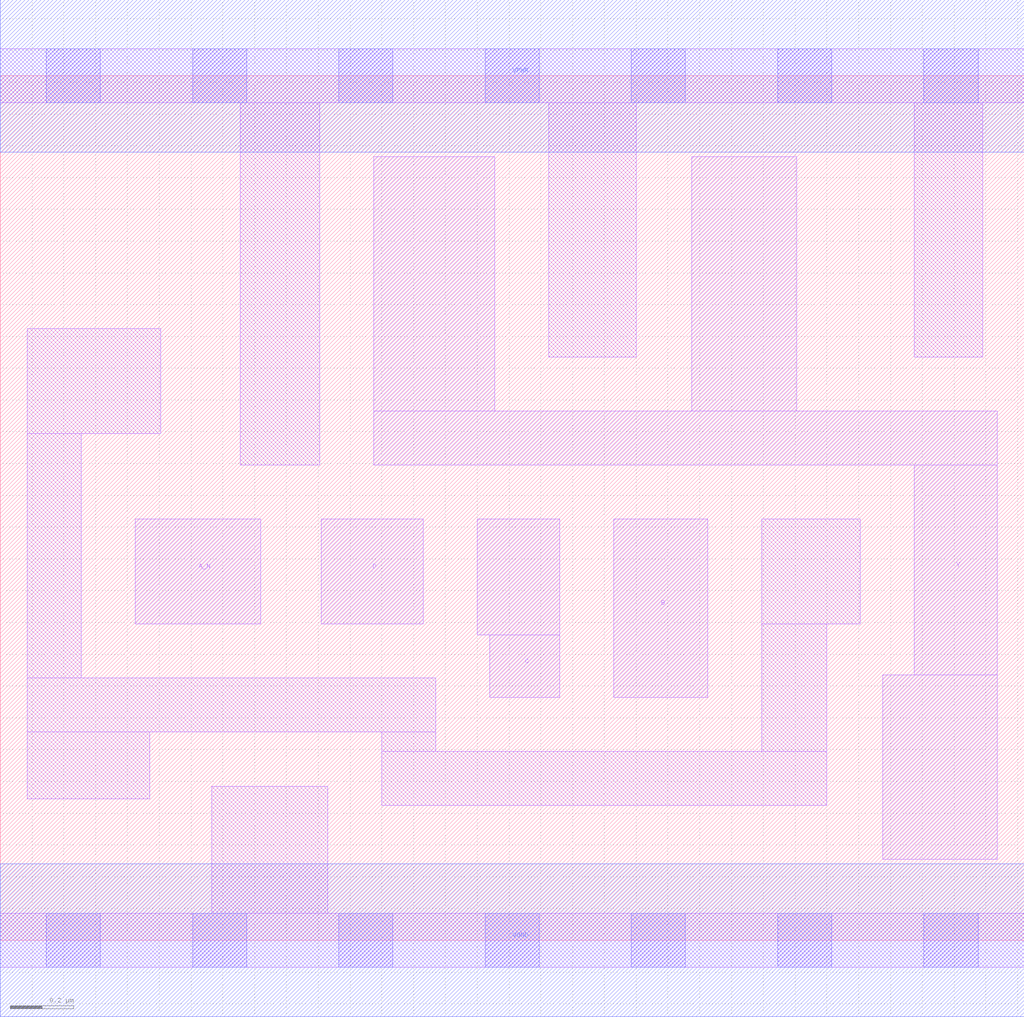
<source format=lef>
# Copyright 2020 The SkyWater PDK Authors
#
# Licensed under the Apache License, Version 2.0 (the "License");
# you may not use this file except in compliance with the License.
# You may obtain a copy of the License at
#
#     https://www.apache.org/licenses/LICENSE-2.0
#
# Unless required by applicable law or agreed to in writing, software
# distributed under the License is distributed on an "AS IS" BASIS,
# WITHOUT WARRANTIES OR CONDITIONS OF ANY KIND, either express or implied.
# See the License for the specific language governing permissions and
# limitations under the License.
#
# SPDX-License-Identifier: Apache-2.0

VERSION 5.7 ;
  NAMESCASESENSITIVE ON ;
  NOWIREEXTENSIONATPIN ON ;
  DIVIDERCHAR "/" ;
  BUSBITCHARS "[]" ;
UNITS
  DATABASE MICRONS 200 ;
END UNITS
PROPERTYDEFINITIONS
  MACRO maskLayoutSubType STRING ;
  MACRO prCellType STRING ;
  MACRO originalViewName STRING ;
END PROPERTYDEFINITIONS
MACRO sky130_fd_sc_hdll__nand4b_1
  CLASS CORE ;
  FOREIGN sky130_fd_sc_hdll__nand4b_1 ;
  ORIGIN  0.000000  0.000000 ;
  SIZE  3.220000 BY  2.720000 ;
  SYMMETRY X Y R90 ;
  SITE unithd ;
  PIN A_N
    ANTENNAGATEAREA  0.138600 ;
    DIRECTION INPUT ;
    USE SIGNAL ;
    PORT
      LAYER li1 ;
        RECT 0.425000 0.995000 0.820000 1.325000 ;
    END
  END A_N
  PIN B
    ANTENNAGATEAREA  0.277500 ;
    DIRECTION INPUT ;
    USE SIGNAL ;
    PORT
      LAYER li1 ;
        RECT 1.930000 0.765000 2.225000 1.325000 ;
    END
  END B
  PIN C
    ANTENNAGATEAREA  0.277500 ;
    DIRECTION INPUT ;
    USE SIGNAL ;
    PORT
      LAYER li1 ;
        RECT 1.500000 0.960000 1.760000 1.325000 ;
        RECT 1.540000 0.765000 1.760000 0.960000 ;
    END
  END C
  PIN D
    ANTENNAGATEAREA  0.277500 ;
    DIRECTION INPUT ;
    USE SIGNAL ;
    PORT
      LAYER li1 ;
        RECT 1.010000 0.995000 1.330000 1.325000 ;
    END
  END D
  PIN VGND
    ANTENNADIFFAREA  0.268750 ;
    DIRECTION INOUT ;
    USE SIGNAL ;
    PORT
      LAYER met1 ;
        RECT 0.000000 -0.240000 3.220000 0.240000 ;
    END
  END VGND
  PIN VPWR
    ANTENNADIFFAREA  1.015700 ;
    DIRECTION INOUT ;
    USE SIGNAL ;
    PORT
      LAYER met1 ;
        RECT 0.000000 2.480000 3.220000 2.960000 ;
    END
  END VPWR
  PIN Y
    ANTENNADIFFAREA  0.882500 ;
    DIRECTION OUTPUT ;
    USE SIGNAL ;
    PORT
      LAYER li1 ;
        RECT 1.175000 1.495000 3.135000 1.665000 ;
        RECT 1.175000 1.665000 1.555000 2.465000 ;
        RECT 2.175000 1.665000 2.505000 2.465000 ;
        RECT 2.775000 0.255000 3.135000 0.835000 ;
        RECT 2.875000 0.835000 3.135000 1.495000 ;
    END
  END Y
  OBS
    LAYER li1 ;
      RECT 0.000000 -0.085000 3.220000 0.085000 ;
      RECT 0.000000  2.635000 3.220000 2.805000 ;
      RECT 0.085000  0.445000 0.470000 0.655000 ;
      RECT 0.085000  0.655000 1.370000 0.825000 ;
      RECT 0.085000  0.825000 0.255000 1.595000 ;
      RECT 0.085000  1.595000 0.505000 1.925000 ;
      RECT 0.665000  0.085000 1.030000 0.485000 ;
      RECT 0.755000  1.495000 1.005000 2.635000 ;
      RECT 1.200000  0.425000 2.600000 0.595000 ;
      RECT 1.200000  0.595000 1.370000 0.655000 ;
      RECT 1.725000  1.835000 2.000000 2.635000 ;
      RECT 2.395000  0.595000 2.600000 0.995000 ;
      RECT 2.395000  0.995000 2.705000 1.325000 ;
      RECT 2.875000  1.835000 3.090000 2.635000 ;
    LAYER mcon ;
      RECT 0.145000 -0.085000 0.315000 0.085000 ;
      RECT 0.145000  2.635000 0.315000 2.805000 ;
      RECT 0.605000 -0.085000 0.775000 0.085000 ;
      RECT 0.605000  2.635000 0.775000 2.805000 ;
      RECT 1.065000 -0.085000 1.235000 0.085000 ;
      RECT 1.065000  2.635000 1.235000 2.805000 ;
      RECT 1.525000 -0.085000 1.695000 0.085000 ;
      RECT 1.525000  2.635000 1.695000 2.805000 ;
      RECT 1.985000 -0.085000 2.155000 0.085000 ;
      RECT 1.985000  2.635000 2.155000 2.805000 ;
      RECT 2.445000 -0.085000 2.615000 0.085000 ;
      RECT 2.445000  2.635000 2.615000 2.805000 ;
      RECT 2.905000 -0.085000 3.075000 0.085000 ;
      RECT 2.905000  2.635000 3.075000 2.805000 ;
  END
  PROPERTY maskLayoutSubType "abstract" ;
  PROPERTY prCellType "standard" ;
  PROPERTY originalViewName "layout" ;
END sky130_fd_sc_hdll__nand4b_1
END LIBRARY

</source>
